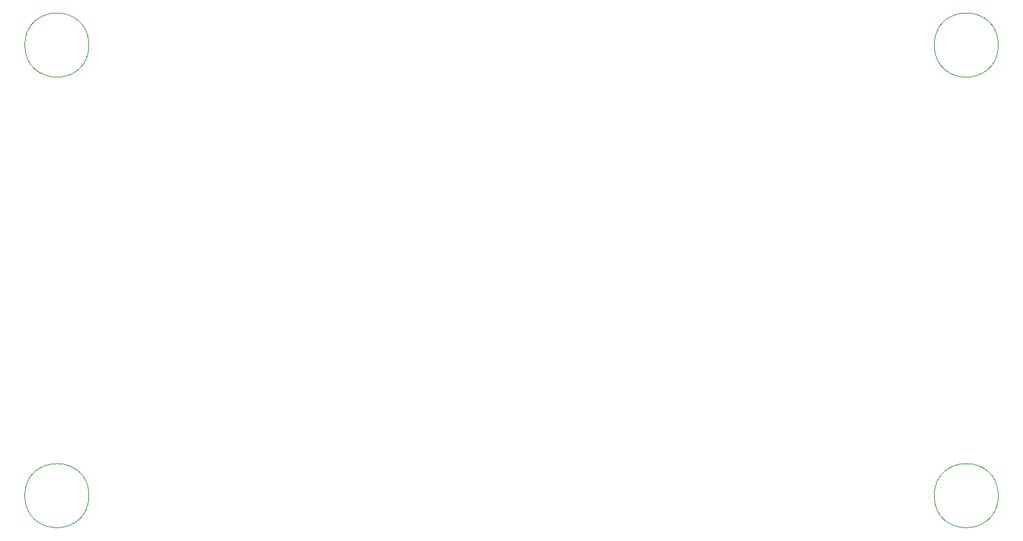
<source format=gto>
%TF.GenerationSoftware,KiCad,Pcbnew,(5.1.10)-1*%
%TF.CreationDate,2021-08-10T21:08:29+09:00*%
%TF.ProjectId,bottom,626f7474-6f6d-42e6-9b69-6361645f7063,rev?*%
%TF.SameCoordinates,Original*%
%TF.FileFunction,Legend,Top*%
%TF.FilePolarity,Positive*%
%FSLAX46Y46*%
G04 Gerber Fmt 4.6, Leading zero omitted, Abs format (unit mm)*
G04 Created by KiCad (PCBNEW (5.1.10)-1) date 2021-08-10 21:08:29*
%MOMM*%
%LPD*%
G01*
G04 APERTURE LIST*
%ADD10C,0.100000*%
%ADD11C,2.200000*%
G04 APERTURE END LIST*
D10*
X87628990Y-128113080D02*
G75*
G03*
X87628990Y-128113080I-4000000J0D01*
G01*
X87628990Y-71913080D02*
G75*
G03*
X87628990Y-71913080I-4000000J0D01*
G01*
X200978990Y-128113080D02*
G75*
G03*
X200978990Y-128113080I-4000000J0D01*
G01*
X200978990Y-71913080D02*
G75*
G03*
X200978990Y-71913080I-4000000J0D01*
G01*
%LPC*%
D11*
%TO.C,H4*%
X168879390Y-80963160D03*
%TD*%
%TO.C,H3*%
X187929470Y-119063320D03*
%TD*%
%TO.C,H2*%
X92679070Y-119063320D03*
%TD*%
%TO.C,H1*%
X92679070Y-80963160D03*
%TD*%
M02*

</source>
